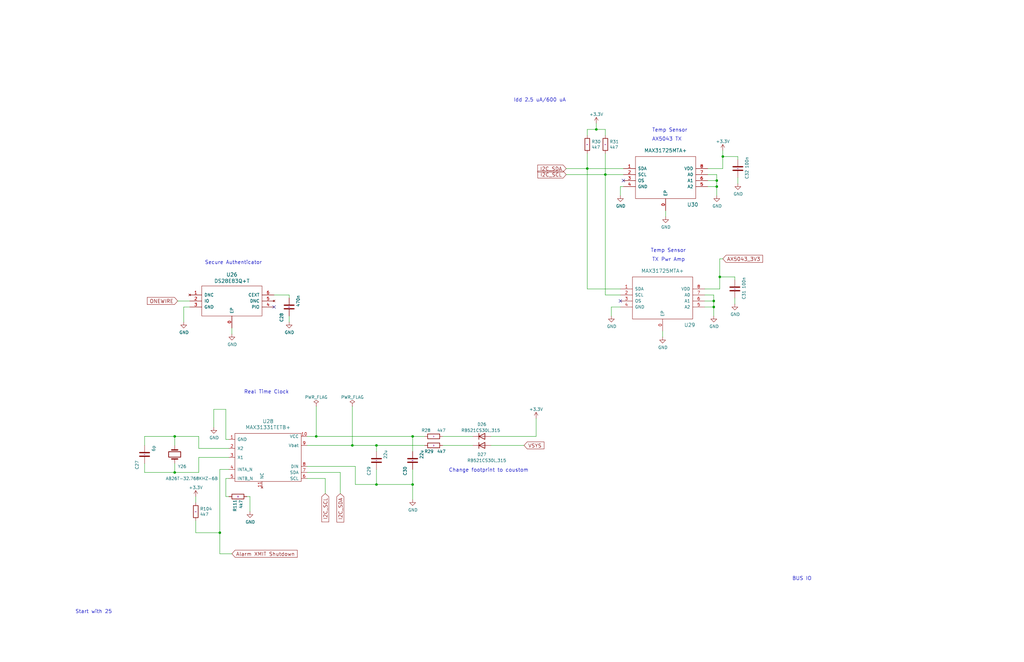
<source format=kicad_sch>
(kicad_sch (version 20230121) (generator eeschema)
  (paper "USLedger")
  (title_block (title "Radiation Tolerant PacSat Communication") (date "2023-06-17") (rev "1.1") (company "AMSAT-NA") (comment 1 "N5BRG"))
  (lib_symbols
    (symbol "Device:C" (pin_numbers hide) (pin_names (offset 0.254))
      (property "Reference" "C" (at 0.635 2.54 0))
      (property "Value" "C" (at 0.635 -2.54 0))
      (symbol "C_0_1"
        (polyline (pts (xy -2.032 -0.762) (xy 2.032 -0.762)) (stroke (width 0.508)))
        (polyline (pts (xy -2.032 0.762) (xy 2.032 0.762)) (stroke (width 0.508)))
      )
      (symbol "C_1_1"
        (pin passive line (at 0 3.81 270) (length 2.794) (name "~") (number "1"))
        (pin passive line (at 0 -3.81 90) (length 2.794) (name "~") (number "2"))
      )
    )
    (symbol "Device:Crystal" (pin_numbers hide) (pin_names (offset 1.016) hide)
      (property "Reference" "Y" (at 0 3.81 0))
      (property "Value" "Crystal" (at 0 -3.81 0))
      (symbol "Crystal_0_1"
        (rectangle (start -1.143 2.54) (end 1.143 -2.54) (stroke (width 0.3048)))
        (polyline (pts (xy -2.54 0) (xy -1.905 0)))
        (polyline (pts (xy -1.905 -1.27) (xy -1.905 1.27)) (stroke (width 0.508)))
        (polyline (pts (xy 1.905 -1.27) (xy 1.905 1.27)) (stroke (width 0.508)))
        (polyline (pts (xy 2.54 0) (xy 1.905 0)))
      )
      (symbol "Crystal_1_1"
        (pin passive line (at -3.81 0 0) (length 1.27) (name "1") (number "1"))
        (pin passive line (at 3.81 0 180) (length 1.27) (name "2") (number "2"))
      )
    )
    (symbol "Device:R" (pin_numbers hide) (pin_names (offset 0))
      (property "Reference" "R" (at 2.032 0 90))
      (property "Value" "R" (at 0 0 90))
      (symbol "R_0_1"
        (rectangle (start -1.016 -2.54) (end 1.016 2.54) (stroke (width 0.254)))
      )
      (symbol "R_1_1"
        (pin passive line (at 0 3.81 270) (length 1.27) (name "~") (number "1"))
        (pin passive line (at 0 -3.81 90) (length 1.27) (name "~") (number "2"))
      )
    )
    (symbol "Diode:1N914" (pin_numbers hide) (pin_names hide)
      (property "Reference" "D" (at 0 2.54 0))
      (property "Value" "1N914" (at 0 -2.54 0))
      (symbol "1N914_0_1"
        (polyline (pts (xy -1.27 1.27) (xy -1.27 -1.27)) (stroke (width 0.254)))
        (polyline (pts (xy 1.27 0) (xy -1.27 0)))
        (polyline (pts (xy 1.27 1.27) (xy 1.27 -1.27) (xy -1.27 0) (xy 1.27 1.27)) (stroke (width 0.254)))
      )
      (symbol "1N914_1_1"
        (pin passive line (at -3.81 0 0) (length 2.54) (name "K") (number "1"))
        (pin passive line (at 3.81 0 180) (length 2.54) (name "A") (number "2"))
      )
    )
    (symbol "PACSAT_ICs:DS28E83" (pin_names (offset 1.016))
      (property "Reference" "U26" (at 0 11.0998 0))
      (property "Value" "DS28E83" (at 0 8.4074 0))
      (symbol "DS28E83_0_1"
        (rectangle (start -12.7 6.35) (end 12.7 -6.35))
      )
      (symbol "DS28E83_1_1"
        (pin power_in line (at 0 -11.43 90) (length 5.08) (name "EP") (number "0"))
        (pin no_connect line (at -17.78 2.54 0) (length 5.08) (name "DNC") (number "1"))
        (pin bidirectional line (at -17.78 0 0) (length 5.08) (name "IO") (number "2"))
        (pin power_in line (at -17.78 -2.54 0) (length 5.08) (name "GND") (number "3"))
        (pin bidirectional line (at 17.78 -2.54 180) (length 5.08) (name "PIO") (number "4"))
        (pin no_connect line (at 17.78 0 180) (length 5.08) (name "DNC") (number "5"))
        (pin passive line (at 17.78 2.54 180) (length 5.08) (name "CEXT") (number "6"))
      )
    )
    (symbol "PACSAT_ICs:MAX31331" (pin_names (offset 1.016))
      (property "Reference" "U?" (at -1.27 14.9098 0))
      (property "Value" "MAX31331" (at -1.27 12.2174 0))
      (symbol "MAX31331_0_1"
        (rectangle (start -13.97 10.16) (end 13.97 -10.16))
      )
      (symbol "MAX31331_1_1"
        (pin power_in line (at -16.51 7.62 0) (length 2.54) (name "GND") (number "1"))
        (pin power_in line (at 16.51 8.89 180) (length 2.54) (name "VCC") (number "10"))
        (pin no_connect line (at -2.54 -12.7 90) (length 2.54) (name "NC") (number "11"))
        (pin input line (at -16.51 3.81 0) (length 2.54) (name "X2") (number "2"))
        (pin input line (at -16.51 0 0) (length 2.54) (name "X1") (number "3"))
        (pin open_collector line (at -16.51 -5.08 0) (length 2.54) (name "INTA_N") (number "4"))
        (pin open_collector line (at -16.51 -8.89 0) (length 2.54) (name "INTB_N") (number "5"))
        (pin input line (at 16.51 -8.89 180) (length 2.54) (name "SCL") (number "6"))
        (pin tri_state line (at 16.51 -6.35 180) (length 2.54) (name "SDA") (number "7"))
        (pin input line (at 16.51 -3.81 180) (length 2.54) (name "DIN") (number "8"))
        (pin power_in line (at 16.51 5.08 180) (length 2.54) (name "Vbat") (number "9"))
      )
    )
    (symbol "PACSAT_ICs:MAX31725" (pin_names (offset 1.016))
      (property "Reference" "U29" (at 11.43 -11.43 0))
      (property "Value" "MAX31725" (at 0 11.43 0))
      (symbol "MAX31725_0_1"
        (rectangle (start -12.7 8.89) (end 12.7 -8.89))
      )
      (symbol "MAX31725_1_1"
        (pin input line (at 0 -13.97 90) (length 5.08) (name "EP") (number "0"))
        (pin input line (at -17.78 3.81 0) (length 5.08) (name "SDA") (number "1"))
        (pin input line (at -17.78 1.27 0) (length 5.08) (name "SCL") (number "2"))
        (pin input line (at -17.78 -1.27 0) (length 5.08) (name "OS") (number "3"))
        (pin input line (at -17.78 -3.81 0) (length 5.08) (name "GND") (number "4"))
        (pin input line (at 17.78 -3.81 180) (length 5.08) (name "A2") (number "5"))
        (pin input line (at 17.78 -1.27 180) (length 5.08) (name "A1") (number "6"))
        (pin input line (at 17.78 1.27 180) (length 5.08) (name "A0") (number "7"))
        (pin input line (at 17.78 3.81 180) (length 5.08) (name "VDD") (number "8"))
      )
    )
    (symbol "power:+3.3V" (power) (pin_names (offset 0))
      (property "Value" "+3.3V" (at 0 3.556 0))
      (symbol "+3.3V_0_1"
        (polyline (pts (xy -0.762 1.27) (xy 0 2.54)))
        (polyline (pts (xy 0 0) (xy 0 2.54)))
        (polyline (pts (xy 0 2.54) (xy 0.762 1.27)))
      )
      (symbol "+3.3V_1_1"
        (pin power_in line (at 0 0 90) (length 0) hide (name "+3.3V") (number "1"))
      )
    )
    (symbol "power:GND" (power) (pin_names (offset 0))
      (property "Value" "GND" (at 0 -3.81 0))
      (symbol "GND_0_1"
        (polyline (pts (xy 0 0) (xy 0 -1.27) (xy 1.27 -1.27) (xy 0 -2.54) (xy -1.27 -1.27) (xy 0 -1.27)))
      )
      (symbol "GND_1_1"
        (pin power_in line (at 0 0 270) (length 0) hide (name "GND") (number "1"))
      )
    )
    (symbol "power:PWR_FLAG" (power) (pin_numbers hide) (pin_names (offset 0) hide)
      (property "Value" "PWR_FLAG" (at 0 3.81 0))
      (symbol "PWR_FLAG_0_0"
        (pin power_out line (at 0 0 90) (length 0) (name "pwr") (number "1"))
      )
      (symbol "PWR_FLAG_0_1"
        (polyline (pts (xy 0 0) (xy 0 1.27) (xy -1.016 1.905) (xy 0 2.54) (xy 1.016 1.905) (xy 0 1.27)))
      )
    )
  )
  (junction (at 300.99 129.54))
  (junction (at 73.66 184.15))
  (junction (at 255.27 73.66))
  (junction (at 302.26 76.2))
  (junction (at 251.46 54.61))
  (junction (at 247.65 71.12))
  (junction (at 133.35 184.15))
  (junction (at 303.53 116.84))
  (junction (at 148.59 187.96))
  (junction (at 158.75 204.47))
  (junction (at 304.8 66.04))
  (junction (at 73.66 199.39))
  (junction (at 300.99 127))
  (junction (at 158.75 187.96))
  (junction (at 302.26 78.74))
  (junction (at 92.71 224.79))
  (junction (at 173.99 184.15))
  (junction (at 173.99 204.47))
  (no_connect (at 261.62 127))
  (no_connect (at 262.89 76.2))
  (no_connect (at 115.57 129.54))
  (wire (pts (xy 302.26 78.74) (xy 302.26 82.55)))
  (wire (pts (xy 247.65 57.15) (xy 247.65 54.61)))
  (wire (pts (xy 186.69 187.96) (xy 199.39 187.96)))
  (wire (pts (xy 261.62 129.54) (xy 257.81 129.54)))
  (wire (pts (xy 251.46 54.61) (xy 251.46 52.07)))
  (wire (pts (xy 137.16 201.93) (xy 137.16 208.28)))
  (wire (pts (xy 60.96 184.15) (xy 73.66 184.15)))
  (wire (pts (xy 255.27 124.46) (xy 261.62 124.46)))
  (wire (pts (xy 133.35 171.45) (xy 133.35 184.15)))
  (wire (pts (xy 255.27 54.61) (xy 255.27 57.15)))
  (wire (pts (xy 60.96 199.39) (xy 73.66 199.39)))
  (wire (pts (xy 303.53 116.84) (xy 303.53 121.92)))
  (wire (pts (xy 129.54 184.15) (xy 133.35 184.15)))
  (wire (pts (xy 83.82 193.04) (xy 96.52 193.04)))
  (wire (pts (xy 92.71 224.79) (xy 92.71 233.68)))
  (wire (pts (xy 96.52 185.42) (xy 95.25 185.42)))
  (wire (pts (xy 129.54 187.96) (xy 148.59 187.96)))
  (wire (pts (xy 303.53 116.84) (xy 309.88 116.84)))
  (wire (pts (xy 92.71 198.12) (xy 92.71 224.79)))
  (wire (pts (xy 115.57 124.46) (xy 121.92 124.46)))
  (wire (pts (xy 95.25 209.55) (xy 96.52 209.55)))
  (wire (pts (xy 73.66 199.39) (xy 83.82 199.39)))
  (wire (pts (xy 261.62 78.74) (xy 261.62 82.55)))
  (wire (pts (xy 129.54 199.39) (xy 143.51 199.39)))
  (wire (pts (xy 311.15 74.93) (xy 311.15 77.47)))
  (wire (pts (xy 73.66 187.96) (xy 73.66 184.15)))
  (wire (pts (xy 300.99 129.54) (xy 297.18 129.54)))
  (wire (pts (xy 247.65 71.12) (xy 262.89 71.12)))
  (wire (pts (xy 173.99 204.47) (xy 173.99 210.82)))
  (wire (pts (xy 149.86 204.47) (xy 158.75 204.47)))
  (wire (pts (xy 90.17 172.72) (xy 90.17 180.34)))
  (wire (pts (xy 104.14 209.55) (xy 105.41 209.55)))
  (wire (pts (xy 82.55 219.71) (xy 82.55 224.79)))
  (wire (pts (xy 303.53 109.22) (xy 303.53 116.84)))
  (wire (pts (xy 238.76 71.12) (xy 247.65 71.12)))
  (wire (pts (xy 129.54 201.93) (xy 137.16 201.93)))
  (wire (pts (xy 311.15 66.04) (xy 311.15 67.31)))
  (wire (pts (xy 186.69 184.15) (xy 199.39 184.15)))
  (wire (pts (xy 309.88 116.84) (xy 309.88 118.11)))
  (wire (pts (xy 95.25 172.72) (xy 90.17 172.72)))
  (wire (pts (xy 173.99 184.15) (xy 179.07 184.15)))
  (wire (pts (xy 158.75 204.47) (xy 173.99 204.47)))
  (wire (pts (xy 121.92 133.35) (xy 121.92 135.89)))
  (wire (pts (xy 238.76 73.66) (xy 255.27 73.66)))
  (wire (pts (xy 92.71 224.79) (xy 82.55 224.79)))
  (wire (pts (xy 148.59 187.96) (xy 158.75 187.96)))
  (wire (pts (xy 158.75 187.96) (xy 179.07 187.96)))
  (wire (pts (xy 247.65 54.61) (xy 251.46 54.61)))
  (wire (pts (xy 300.99 127) (xy 300.99 129.54)))
  (wire (pts (xy 298.45 76.2) (xy 302.26 76.2)))
  (wire (pts (xy 247.65 121.92) (xy 261.62 121.92)))
  (wire (pts (xy 251.46 54.61) (xy 255.27 54.61)))
  (wire (pts (xy 303.53 121.92) (xy 297.18 121.92)))
  (wire (pts (xy 158.75 187.96) (xy 158.75 190.5)))
  (wire (pts (xy 92.71 233.68) (xy 97.79 233.68)))
  (wire (pts (xy 60.96 195.58) (xy 60.96 199.39)))
  (wire (pts (xy 97.79 138.43) (xy 97.79 140.97)))
  (wire (pts (xy 257.81 129.54) (xy 257.81 133.35)))
  (wire (pts (xy 302.26 73.66) (xy 302.26 76.2)))
  (wire (pts (xy 173.99 184.15) (xy 173.99 190.5)))
  (wire (pts (xy 158.75 198.12) (xy 158.75 204.47)))
  (wire (pts (xy 77.47 129.54) (xy 77.47 135.89)))
  (wire (pts (xy 83.82 184.15) (xy 83.82 189.23)))
  (wire (pts (xy 255.27 73.66) (xy 255.27 124.46)))
  (wire (pts (xy 302.26 76.2) (xy 302.26 78.74)))
  (wire (pts (xy 247.65 71.12) (xy 247.65 121.92)))
  (wire (pts (xy 60.96 187.96) (xy 60.96 184.15)))
  (wire (pts (xy 82.55 209.55) (xy 82.55 212.09)))
  (wire (pts (xy 83.82 193.04) (xy 83.82 199.39)))
  (wire (pts (xy 304.8 66.04) (xy 304.8 71.12)))
  (wire (pts (xy 96.52 201.93) (xy 95.25 201.93)))
  (wire (pts (xy 83.82 189.23) (xy 96.52 189.23)))
  (wire (pts (xy 304.8 63.5) (xy 304.8 66.04)))
  (wire (pts (xy 95.25 201.93) (xy 95.25 209.55)))
  (wire (pts (xy 133.35 184.15) (xy 173.99 184.15)))
  (wire (pts (xy 80.01 129.54) (xy 77.47 129.54)))
  (wire (pts (xy 247.65 64.77) (xy 247.65 71.12)))
  (wire (pts (xy 280.67 88.9) (xy 280.67 91.44)))
  (wire (pts (xy 255.27 64.77) (xy 255.27 73.66)))
  (wire (pts (xy 143.51 199.39) (xy 143.51 208.28)))
  (wire (pts (xy 73.66 184.15) (xy 83.82 184.15)))
  (wire (pts (xy 74.93 127) (xy 80.01 127)))
  (wire (pts (xy 96.52 198.12) (xy 92.71 198.12)))
  (wire (pts (xy 121.92 124.46) (xy 121.92 125.73)))
  (wire (pts (xy 304.8 109.22) (xy 303.53 109.22)))
  (wire (pts (xy 300.99 129.54) (xy 300.99 133.35)))
  (wire (pts (xy 105.41 209.55) (xy 105.41 215.9)))
  (wire (pts (xy 149.86 196.85) (xy 149.86 204.47)))
  (wire (pts (xy 148.59 171.45) (xy 148.59 187.96)))
  (wire (pts (xy 173.99 204.47) (xy 173.99 198.12)))
  (wire (pts (xy 279.4 139.7) (xy 279.4 142.24)))
  (wire (pts (xy 262.89 78.74) (xy 261.62 78.74)))
  (wire (pts (xy 297.18 127) (xy 300.99 127)))
  (wire (pts (xy 73.66 195.58) (xy 73.66 199.39)))
  (wire (pts (xy 304.8 71.12) (xy 298.45 71.12)))
  (wire (pts (xy 255.27 73.66) (xy 262.89 73.66)))
  (wire (pts (xy 309.88 125.73) (xy 309.88 128.27)))
  (wire (pts (xy 304.8 66.04) (xy 311.15 66.04)))
  (wire (pts (xy 226.06 184.15) (xy 226.06 176.53)))
  (wire (pts (xy 298.45 73.66) (xy 302.26 73.66)))
  (wire (pts (xy 129.54 196.85) (xy 149.86 196.85)))
  (wire (pts (xy 297.18 124.46) (xy 300.99 124.46)))
  (wire (pts (xy 95.25 185.42) (xy 95.25 172.72)))
  (wire (pts (xy 207.01 184.15) (xy 226.06 184.15)))
  (wire (pts (xy 207.01 187.96) (xy 220.98 187.96)))
  (wire (pts (xy 300.99 124.46) (xy 300.99 127)))
  (wire (pts (xy 302.26 78.74) (xy 298.45 78.74)))
  (text "TX Pwr Amp" (at 274.955 110.49 0) (effects (font (size 1.524 1.524)) (justify left bottom)))
  (text "Temp Sensor" (at 274.32 106.68 0) (effects (font (size 1.524 1.524)) (justify left bottom)))
  (text "BUS IO" (at 334.01 245.11 0) (effects (font (size 1.524 1.524)) (justify left bottom)))
  (text "Change footprint to coustom" (at 189.23 199.39 0) (effects (font (size 1.524 1.524)) (justify left bottom)))
  (text "Idd 2.5 uA/600 uA" (at 216.535 43.18 0) (effects (font (size 1.524 1.524)) (justify left bottom)))
  (text "Start with 25" (at 31.75 259.08 0) (effects (font (size 1.524 1.524)) (justify left bottom)))
  (text "Temp Sensor" (at 274.955 55.88 0) (effects (font (size 1.524 1.524)) (justify left bottom)))
  (text "AX5043 TX" (at 274.955 59.69 0) (effects (font (size 1.524 1.524)) (justify left bottom)))
  (text "Secure Authenticator" (at 86.36 111.76 0) (effects (font (size 1.524 1.524)) (justify left bottom)))
  (text "Real Time Clock" (at 102.87 166.37 0) (effects (font (size 1.524 1.524)) (justify left bottom)))
  (global_label "I2C_SCL" (shape input) (at 137.16 208.28 270) (effects (font (size 1.524 1.524))) (property "Intersheetrefs" "${INTERSHEET_REFS}" (effects hide)))
  (global_label "AX5043_3V3" (shape input) (at 304.8 109.22 0) (effects (font (size 1.524 1.524))) (property "Intersheetrefs" "${INTERSHEET_REFS}" (effects hide)))
  (global_label "ONEWIRE" (shape input) (at 74.93 127 180) (effects (font (size 1.524 1.524))) (property "Intersheetrefs" "${INTERSHEET_REFS}" (effects hide)))
  (global_label "I2C_SDA" (shape input) (at 143.51 208.28 270) (effects (font (size 1.524 1.524))) (property "Intersheetrefs" "${INTERSHEET_REFS}" (effects hide)))
  (global_label "I2C_SDA" (shape input) (at 238.76 71.12 180) (effects (font (size 1.524 1.524))) (property "Intersheetrefs" "${INTERSHEET_REFS}" (effects hide)))
  (global_label "VSYS" (shape input) (at 220.98 187.96 0) (effects (font (size 1.524 1.524))) (property "Intersheetrefs" "${INTERSHEET_REFS}" (effects hide)))
  (global_label "I2C_SCL" (shape input) (at 238.76 73.66 180) (effects (font (size 1.524 1.524))) (property "Intersheetrefs" "${INTERSHEET_REFS}" (effects hide)))
  (global_label "Alarm XMIT Shutdown" (shape input) (at 97.79 233.68 0) (effects (font (size 1.524 1.524))) (property "Intersheetrefs" "${INTERSHEET_REFS}" (effects hide)))
  (symbol (lib_id "PACSAT_ICs:MAX31725") (at 280.67 74.93 0) (unit 1)
    (property "Reference" "U30" (at 292.1 86.36 0) (effects (font (size 1.524 1.524))))
    (property "Value" "MAX31725MTA+" (at 280.67 63.5 0) (effects (font (size 1.524 1.524))))
    (property "Footprint" "PacSatDev_maxim:TDFN_T833_2" (effects hide))
  )
  (symbol (lib_id "power:GND") (at 261.62 82.55 0) (unit 1)
    (property "Reference" "#PWR050" (effects hide))
    (property "Value" "GND" (at 261.747 86.9442 0))
  )
  (symbol (lib_id "power:GND") (at 302.26 82.55 0) (unit 1)
    (property "Reference" "#PWR061" (effects hide))
    (property "Value" "GND" (at 302.387 86.9442 0))
  )
  (symbol (lib_id "power:GND") (at 280.67 91.44 0) (unit 1)
    (property "Reference" "#PWR058" (effects hide))
    (property "Value" "GND" (at 280.797 95.8342 0))
  )
  (symbol (lib_id "Device:R") (at 255.27 60.96 0) (unit 1)
    (property "Reference" "R31" (at 257.048 59.7916 0) (effects (justify left)))
    (property "Value" "4k7" (at 257.048 62.103 0) (effects (justify left)))
    (property "Footprint" "Resistor_SMD:R_0603_1608Metric_Pad0.98x0.95mm_HandSolder" (effects hide))
    (property "Datasheet" "~" (at 255.27 60.96 0))
  )
  (symbol (lib_id "Device:R") (at 247.65 60.96 0) (unit 1)
    (property "Reference" "R30" (at 249.428 59.7916 0) (effects (justify left)))
    (property "Value" "4k7" (at 249.428 62.103 0) (effects (justify left)))
    (property "Footprint" "Resistor_SMD:R_0603_1608Metric_Pad0.98x0.95mm_HandSolder" (effects hide))
    (property "Datasheet" "~" (at 247.65 60.96 0))
  )
  (symbol (lib_id "Device:C") (at 311.15 71.12 0) (unit 1)
    (property "Reference" "C32" (at 314.96 73.66 90))
    (property "Value" "100n" (at 314.96 68.58 90))
    (property "Footprint" "Capacitor_SMD:C_0603_1608Metric_Pad1.08x0.95mm_HandSolder" (effects hide))
    (property "Datasheet" "~" (at 311.15 71.12 0))
  )
  (symbol (lib_id "power:GND") (at 311.15 77.47 0) (unit 1)
    (property "Reference" "#PWR069" (effects hide))
    (property "Value" "GND" (at 311.277 81.8642 0))
  )
  (symbol (lib_id "PACSAT_ICs:DS28E83") (at 97.79 127 0) (unit 1)
    (property "Reference" "U26" (at 97.79 115.9002 0) (effects (font (size 1.524 1.524))))
    (property "Value" "DS28E83Q+T" (at 97.79 118.5926 0) (effects (font (size 1.524 1.524))))
    (property "Footprint" "PacSatDev_maxim:TDFN_T633_2" (effects hide))
  )
  (symbol (lib_id "power:GND") (at 77.47 135.89 0) (unit 1)
    (property "Reference" "#PWR037" (effects hide))
    (property "Value" "GND" (at 77.597 140.2842 0))
  )
  (symbol (lib_id "power:GND") (at 97.79 140.97 0) (unit 1)
    (property "Reference" "#PWR040" (effects hide))
    (property "Value" "GND" (at 97.917 145.3642 0))
  )
  (symbol (lib_id "Device:C") (at 121.92 129.54 0) (unit 1)
    (property "Reference" "C28" (at 118.745 133.985 90))
    (property "Value" "470n" (at 125.73 127 90))
    (property "Footprint" "Capacitor_SMD:C_0603_1608Metric_Pad1.08x0.95mm_HandSolder" (effects hide))
    (property "Datasheet" "~" (at 121.92 129.54 0))
  )
  (symbol (lib_id "power:GND") (at 121.92 135.89 0) (unit 1)
    (property "Reference" "#PWR042" (effects hide))
    (property "Value" "GND" (at 122.047 140.2842 0))
  )
  (symbol (lib_id "Device:C") (at 158.75 194.31 0) (unit 1)
    (property "Reference" "C29" (at 155.575 198.755 90))
    (property "Value" "22u" (at 162.56 191.77 90))
    (property "Footprint" "Capacitor_SMD:C_0603_1608Metric_Pad1.08x0.95mm_HandSolder" (effects hide))
    (property "Datasheet" "~" (at 158.75 194.31 0))
  )
  (symbol (lib_id "Device:R") (at 82.55 215.9 0) (unit 1)
    (property "Reference" "R104" (at 84.328 214.7316 0) (effects (justify left)))
    (property "Value" "4k7" (at 84.328 217.043 0) (effects (justify left)))
    (property "Footprint" "Resistor_SMD:R_0603_1608Metric_Pad0.98x0.95mm_HandSolder" (effects hide))
    (property "Datasheet" "~" (at 82.55 215.9 0))
  )
  (symbol (lib_id "power:+3.3V") (at 304.8 63.5 0) (unit 1)
    (property "Reference" "#PWR067" (effects hide))
    (property "Value" "+3.3V" (at 304.8 59.69 0))
  )
  (symbol (lib_id "power:+3.3V") (at 82.55 209.55 0) (unit 1)
    (property "Reference" "#PWR0123" (effects hide))
    (property "Value" "+3.3V" (at 82.55 205.74 0))
  )
  (symbol (lib_id "power:+3.3V") (at 251.46 52.07 0) (unit 1)
    (property "Reference" "#PWR046" (effects hide))
    (property "Value" "+3.3V" (at 251.46 48.26 0))
  )
  (symbol (lib_id "power:PWR_FLAG") (at 133.35 171.45 0) (unit 1)
    (property "Reference" "#FLG026" (effects hide))
    (property "Value" "PWR_FLAG" (at 133.35 167.64 0))
  )
  (symbol (lib_id "power:GND") (at 309.88 128.27 0) (unit 1)
    (property "Reference" "#PWR068" (effects hide))
    (property "Value" "GND" (at 310.007 132.6642 0))
  )
  (symbol (lib_id "power:GND") (at 279.4 142.24 0) (unit 1)
    (property "Reference" "#PWR051" (effects hide))
    (property "Value" "GND" (at 279.527 146.6342 0))
  )
  (symbol (lib_id "power:GND") (at 173.99 210.82 0) (unit 1)
    (property "Reference" "#PWR044" (effects hide))
    (property "Value" "GND" (at 174.117 215.2142 0))
  )
  (symbol (lib_id "power:GND") (at 90.17 180.34 0) (unit 1)
    (property "Reference" "#PWR039" (effects hide))
    (property "Value" "GND" (at 90.297 184.7342 0))
  )
  (symbol (lib_id "Device:R") (at 182.88 184.15 90) (unit 1)
    (property "Reference" "R28" (at 181.61 181.61 90) (effects (justify left)))
    (property "Value" "4k7" (at 187.96 181.61 90) (effects (justify left)))
    (property "Footprint" "Resistor_SMD:R_0603_1608Metric_Pad0.98x0.95mm_HandSolder" (effects hide))
    (property "Datasheet" "~" (at 182.88 184.15 0))
  )
  (symbol (lib_id "PACSAT_ICs:MAX31331") (at 113.03 193.04 0) (unit 1)
    (property "Reference" "U28" (at 113.03 177.8 0) (effects (font (size 1.524 1.524))))
    (property "Value" "MAX31331TETB+" (at 113.03 180.34 0) (effects (font (size 1.524 1.524))))
    (property "Footprint" "Package_DFN_QFN:TDFN-10-1EP_2x3mm_P0.5mm_EP0.9x2mm" (effects hide))
  )
  (symbol (lib_id "power:GND") (at 300.99 133.35 0) (unit 1)
    (property "Reference" "#PWR060" (effects hide))
    (property "Value" "GND" (at 301.117 137.7442 0))
  )
  (symbol (lib_id "power:GND") (at 105.41 215.9 0) (unit 1)
    (property "Reference" "#PWR0121" (effects hide))
    (property "Value" "GND" (at 105.537 220.2942 0))
  )
  (symbol (lib_id "PACSAT_ICs:MAX31725") (at 279.4 125.73 0) (unit 1)
    (property "Reference" "U29" (at 290.83 137.16 0) (effects (font (size 1.524 1.524))))
    (property "Value" "MAX31725MTA+" (at 279.4 114.3 0) (effects (font (size 1.524 1.524))))
    (property "Footprint" "PacSatDev_maxim:TDFN_T833_2" (effects hide))
  )
  (symbol (lib_id "Device:C") (at 173.99 194.31 0) (unit 1)
    (property "Reference" "C30" (at 170.815 198.755 90))
    (property "Value" "22u" (at 177.8 191.77 90))
    (property "Footprint" "Capacitor_SMD:C_0603_1608Metric_Pad1.08x0.95mm_HandSolder" (effects hide))
    (property "Datasheet" "~" (at 173.99 194.31 0))
  )
  (symbol (lib_id "Device:Crystal") (at 73.66 191.77 270) (unit 1)
    (property "Reference" "Y26" (at 74.93 196.85 90) (effects (justify left)))
    (property "Value" "AB26T-32.768KHZ-6B" (at 69.85 201.93 90) (effects (justify left)))
    (property "Footprint" "Crystal:Crystal_AT310_D3.0mm_L10.0mm_Horizontal" (effects hide))
  )
  (symbol (lib_id "Diode:1N914") (at 203.2 184.15 0) (unit 1)
    (property "Reference" "D26" (at 203.2 179.07 0))
    (property "Value" "RB521CS30L,315 " (at 203.2 181.61 0))
    (property "Footprint" "Diode_SMD:D_0603_1608Metric" (effects hide))
    (property "Datasheet" "http://www.vishay.com/docs/85622/1n914.pdf" (effects hide))
    (property "Sim.Device" "D" (effects hide))
    (property "Sim.Pins" "1=K 2=A" (effects hide))
  )
  (symbol (lib_id "Device:R") (at 182.88 187.96 90) (unit 1)
    (property "Reference" "R29" (at 182.88 190.5 90) (effects (justify left)))
    (property "Value" "4k7" (at 187.96 190.5 90) (effects (justify left)))
    (property "Footprint" "Resistor_SMD:R_0603_1608Metric_Pad0.98x0.95mm_HandSolder" (effects hide))
    (property "Datasheet" "~" (at 182.88 187.96 0))
  )
  (symbol (lib_id "power:GND") (at 257.81 133.35 0) (unit 1)
    (property "Reference" "#PWR047" (effects hide))
    (property "Value" "GND" (at 257.937 137.7442 0))
  )
  (symbol (lib_id "power:+3.3V") (at 226.06 176.53 0) (unit 1)
    (property "Reference" "#PWR045" (effects hide))
    (property "Value" "+3.3V" (at 226.06 172.72 0))
  )
  (symbol (lib_id "Device:R") (at 100.33 209.55 90) (unit 1)
    (property "Reference" "R111" (at 99.06 215.9 0) (effects (justify left)))
    (property "Value" "4k7" (at 101.6 214.63 0) (effects (justify left)))
    (property "Footprint" "Resistor_SMD:R_0603_1608Metric_Pad0.98x0.95mm_HandSolder" (effects hide))
    (property "Datasheet" "~" (at 100.33 209.55 0))
  )
  (symbol (lib_id "power:PWR_FLAG") (at 148.59 171.45 0) (unit 1)
    (property "Reference" "#FLG027" (effects hide))
    (property "Value" "PWR_FLAG" (at 148.59 167.64 0))
  )
  (symbol (lib_id "Device:C") (at 60.96 191.77 0) (unit 1)
    (property "Reference" "C27" (at 57.785 196.215 90))
    (property "Value" "6p" (at 64.77 189.23 90))
    (property "Footprint" "Capacitor_SMD:C_0603_1608Metric_Pad1.08x0.95mm_HandSolder" (effects hide))
    (property "Datasheet" "~" (at 60.96 191.77 0))
  )
  (symbol (lib_id "Diode:1N914") (at 203.2 187.96 0) (unit 1)
    (property "Reference" "D27" (at 203.2 191.77 0))
    (property "Value" "RB521CS30L,315 " (at 205.74 194.31 0))
    (property "Footprint" "Diode_SMD:D_0603_1608Metric" (effects hide))
    (property "Datasheet" "http://www.vishay.com/docs/85622/1n914.pdf" (effects hide))
    (property "Sim.Device" "D" (effects hide))
    (property "Sim.Pins" "1=K 2=A" (effects hide))
  )
  (symbol (lib_id "Device:C") (at 309.88 121.92 0) (unit 1)
    (property "Reference" "C31" (at 313.69 124.46 90))
    (property "Value" "100n" (at 313.69 119.38 90))
    (property "Footprint" "Capacitor_SMD:C_0603_1608Metric_Pad1.08x0.95mm_HandSolder" (effects hide))
    (property "Datasheet" "~" (at 309.88 121.92 0))
  )
)
</source>
